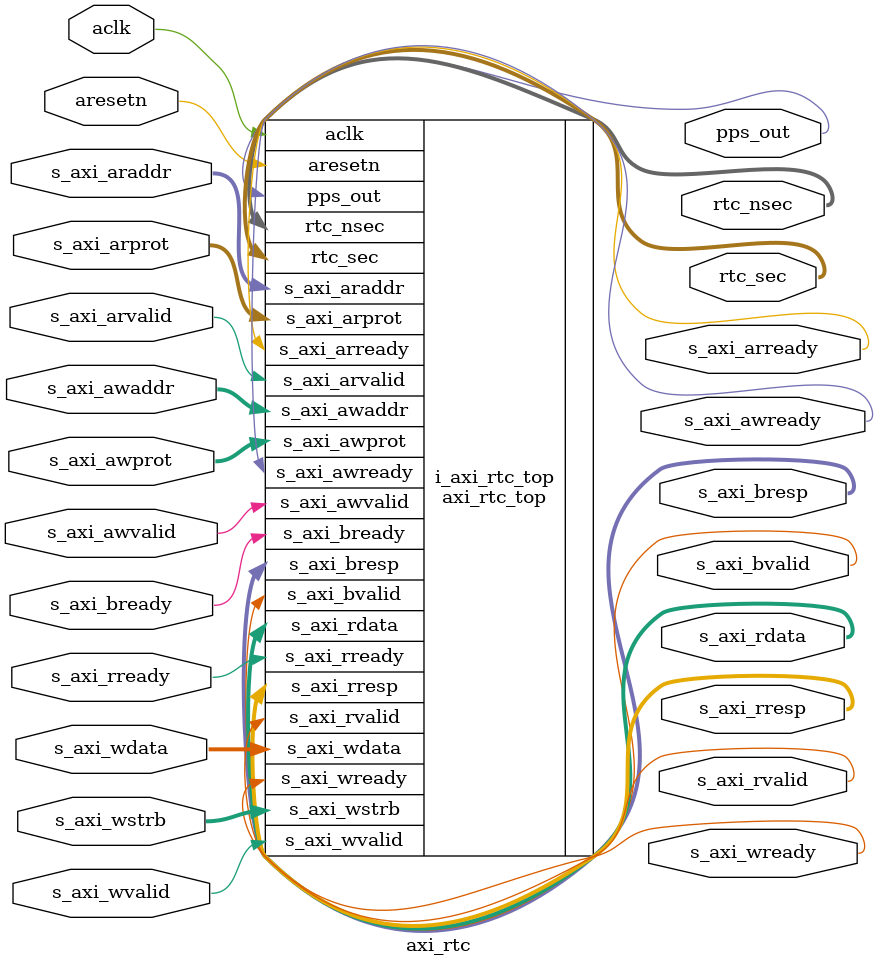
<source format=v>
/*
Copyright (c) 2019 Chengdu JinZhiLi Technology Co., Ltd.
All rights reserved.
*/

`timescale 1 ns / 100 ps
`default_nettype none

module axi_rtc #(
    parameter integer AXI_ADDR_WIDTH  = 16       ,
    parameter integer AXI_DATA_WIDTH  = 32       ,
    parameter integer CLOCK_FREQUENCY = 125000000
) (
    // AXI4-Lite Slave I/F
    //====================
    (* X_INTERFACE_INFO = "xilinx.com:signal:clock:1.0 aclk CLK" *)
    (* X_INTERFACE_PARAMETER = "ASSOCIATED_BUSIF S_AXI, ASSOCIATED_RESET aresetn" *)
    input  wire                          aclk         ,
    (* X_INTERFACE_INFO = "xilinx.com:signal:reset:1.0 aresetn RST" *)
    (* X_INTERFACE_PARAMETER = "POLARITY ACTIVE_LOW" *)
    input  wire                          aresetn      ,
    //
    (* X_INTERFACE_INFO = "xilinx.com:interface:aximm:1.0 S_AXI AWADDR" *)
    input  wire [    AXI_ADDR_WIDTH-1:0] s_axi_awaddr ,
    (* X_INTERFACE_INFO = "xilinx.com:interface:aximm:1.0 S_AXI AWPROT" *)
    input  wire [                   2:0] s_axi_awprot ,
    (* X_INTERFACE_INFO = "xilinx.com:interface:aximm:1.0 S_AXI AWVALID" *)
    input  wire                          s_axi_awvalid,
    (* X_INTERFACE_INFO = "xilinx.com:interface:aximm:1.0 S_AXI AWREADY" *)
    output wire                          s_axi_awready,
    //
    (* X_INTERFACE_INFO = "xilinx.com:interface:aximm:1.0 S_AXI WDATA" *)
    input  wire [    AXI_DATA_WIDTH-1:0] s_axi_wdata  ,
    (* X_INTERFACE_INFO = "xilinx.com:interface:aximm:1.0 S_AXI WSTRB" *)
    input  wire [(AXI_DATA_WIDTH/8)-1:0] s_axi_wstrb  ,
    (* X_INTERFACE_INFO = "xilinx.com:interface:aximm:1.0 S_AXI WVALID" *)
    input  wire                          s_axi_wvalid ,
    (* X_INTERFACE_INFO = "xilinx.com:interface:aximm:1.0 S_AXI WREADY" *)
    output wire                          s_axi_wready ,
    //
    (* X_INTERFACE_INFO = "xilinx.com:interface:aximm:1.0 S_AXI BRESP" *)
    output wire [                   1:0] s_axi_bresp  ,
    (* X_INTERFACE_INFO = "xilinx.com:interface:aximm:1.0 S_AXI BVALID" *)
    output wire                          s_axi_bvalid ,
    (* X_INTERFACE_INFO = "xilinx.com:interface:aximm:1.0 S_AXI BREADY" *)
    input  wire                          s_axi_bready ,
    //
    (* X_INTERFACE_INFO = "xilinx.com:interface:aximm:1.0 S_AXI ARADDR" *)
    input  wire [    AXI_ADDR_WIDTH-1:0] s_axi_araddr ,
    (* X_INTERFACE_INFO = "xilinx.com:interface:aximm:1.0 S_AXI ARPROT" *)
    input  wire [                   2:0] s_axi_arprot ,
    (* X_INTERFACE_INFO = "xilinx.com:interface:aximm:1.0 S_AXI ARVALID" *)
    input  wire                          s_axi_arvalid,
    (* X_INTERFACE_INFO = "xilinx.com:interface:aximm:1.0 S_AXI ARREADY" *)
    output wire                          s_axi_arready,
    //
    (* X_INTERFACE_INFO = "xilinx.com:interface:aximm:1.0 S_AXI RDATA" *)
    output wire [    AXI_DATA_WIDTH-1:0] s_axi_rdata  ,
    (* X_INTERFACE_INFO = "xilinx.com:interface:aximm:1.0 S_AXI RRESP" *)
    output wire [                   1:0] s_axi_rresp  ,
    (* X_INTERFACE_INFO = "xilinx.com:interface:aximm:1.0 S_AXI RVALID" *)
    output wire                          s_axi_rvalid ,
    (* X_INTERFACE_INFO = "xilinx.com:interface:aximm:1.0 S_AXI RREADY" *)
    input  wire                          s_axi_rready ,
    // RTC Interface
    //==============
    output wire                          pps_out      ,
    output wire [                  31:0] rtc_sec      ,
    output wire [                  31:0] rtc_nsec
);

    axi_rtc_top #(
        .AXI_ADDR_WIDTH (AXI_ADDR_WIDTH ),
        .AXI_DATA_WIDTH (AXI_DATA_WIDTH ),
        .CLOCK_FREQUENCY(CLOCK_FREQUENCY)
    ) i_axi_rtc_top (
        .aclk         (aclk         ),
        .aresetn      (aresetn      ),
        //
        .s_axi_awaddr (s_axi_awaddr ),
        .s_axi_awprot (s_axi_awprot ),
        .s_axi_awvalid(s_axi_awvalid),
        .s_axi_awready(s_axi_awready),
        //
        .s_axi_wdata  (s_axi_wdata  ),
        .s_axi_wstrb  (s_axi_wstrb  ),
        .s_axi_wvalid (s_axi_wvalid ),
        .s_axi_wready (s_axi_wready ),
        //
        .s_axi_bresp  (s_axi_bresp  ),
        .s_axi_bvalid (s_axi_bvalid ),
        .s_axi_bready (s_axi_bready ),
        //
        .s_axi_araddr (s_axi_araddr ),
        .s_axi_arprot (s_axi_arprot ),
        .s_axi_arvalid(s_axi_arvalid),
        .s_axi_arready(s_axi_arready),
        //
        .s_axi_rdata  (s_axi_rdata  ),
        .s_axi_rresp  (s_axi_rresp  ),
        .s_axi_rvalid (s_axi_rvalid ),
        .s_axi_rready (s_axi_rready ),
        //
        .pps_out      (pps_out      ),
        .rtc_sec      (rtc_sec      ),
        .rtc_nsec     (rtc_nsec     )
    );

endmodule

`default_nettype wire

</source>
